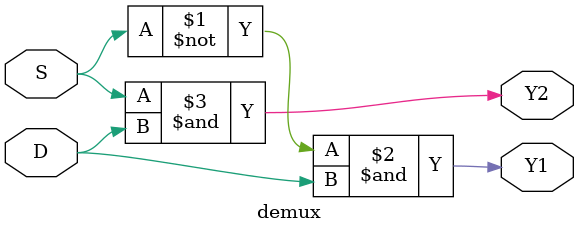
<source format=sv>
module demux (
    input S, D,
    output Y1, Y2
);


    assign Y1 = ~S & D;
    assign Y2 = S & D;

endmodule
</source>
